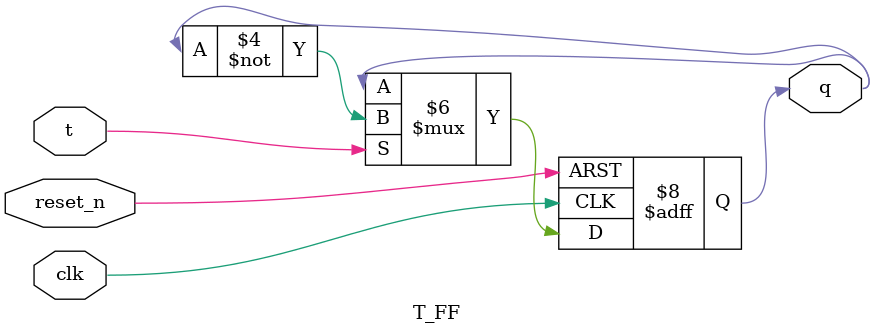
<source format=v>
`timescale 1ns / 1ps
module T_FF(t, reset_n, clk, q);
    input t, clk;
    input reset_n;  // _n signifies that the signal is active low.
    output reg q;
    
    always @(posedge clk, negedge reset_n)
    begin
      if(reset_n == 0)    //reset_n = 0 reset ff to 0.
            q <= 1'b0;
      else if(t == 1'b1)    //t = 1 toggle state.
            q <= ~q;
        else 
            q <= q;         //t = 0 hold state.
    end
endmodule

</source>
